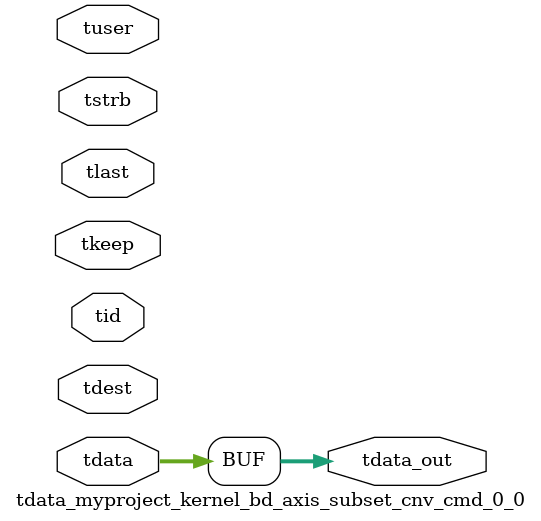
<source format=v>


`timescale 1ps/1ps

module tdata_myproject_kernel_bd_axis_subset_cnv_cmd_0_0 #
(
parameter C_S_AXIS_TDATA_WIDTH = 32,
parameter C_S_AXIS_TUSER_WIDTH = 0,
parameter C_S_AXIS_TID_WIDTH   = 0,
parameter C_S_AXIS_TDEST_WIDTH = 0,
parameter C_M_AXIS_TDATA_WIDTH = 32
)
(
input  [(C_S_AXIS_TDATA_WIDTH == 0 ? 1 : C_S_AXIS_TDATA_WIDTH)-1:0     ] tdata,
input  [(C_S_AXIS_TUSER_WIDTH == 0 ? 1 : C_S_AXIS_TUSER_WIDTH)-1:0     ] tuser,
input  [(C_S_AXIS_TID_WIDTH   == 0 ? 1 : C_S_AXIS_TID_WIDTH)-1:0       ] tid,
input  [(C_S_AXIS_TDEST_WIDTH == 0 ? 1 : C_S_AXIS_TDEST_WIDTH)-1:0     ] tdest,
input  [(C_S_AXIS_TDATA_WIDTH/8)-1:0 ] tkeep,
input  [(C_S_AXIS_TDATA_WIDTH/8)-1:0 ] tstrb,
input                                                                    tlast,
output [C_M_AXIS_TDATA_WIDTH-1:0] tdata_out
);

assign tdata_out = {tdata[103:0]};

endmodule


</source>
